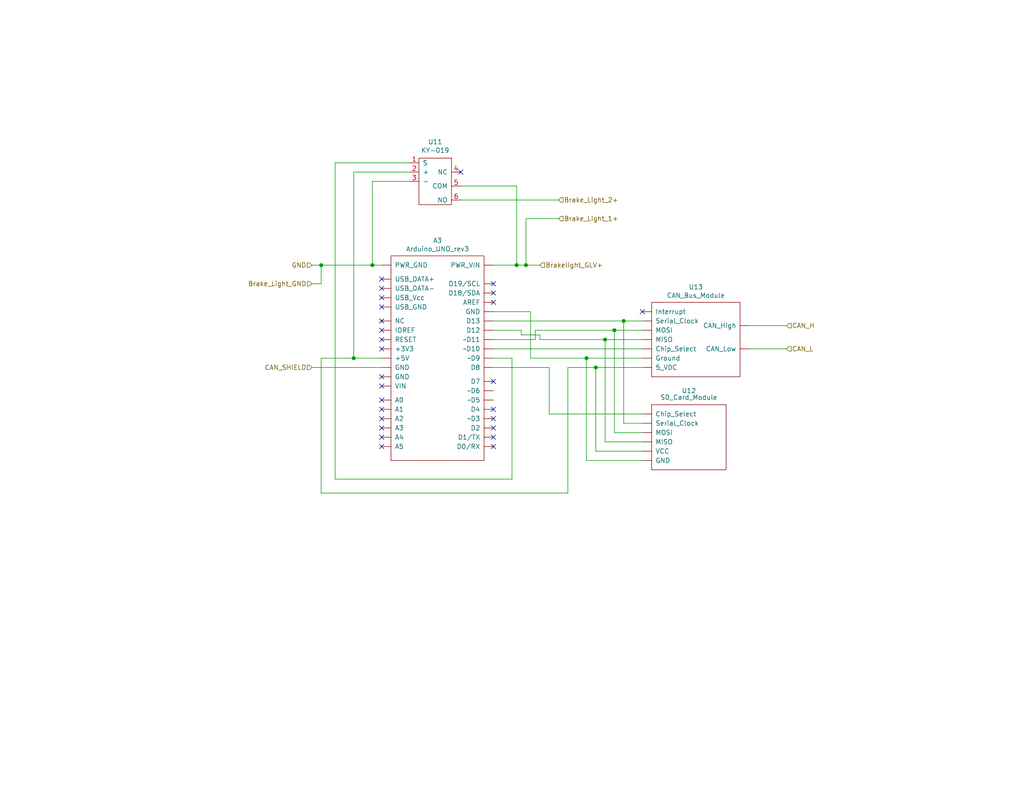
<source format=kicad_sch>
(kicad_sch (version 20211123) (generator eeschema)
  (paper "A")
  (title_block (title "Brake Light CAN Box") (date "2020-11-01") (rev "2") (company "Northeastern Electric Racing") (comment 1 "https://github.com/Northeastern-Electric-Racing/NER") (comment 2 "For authors and other info, contact Chief Electrical Engineer"))
  (lib_symbols
    (symbol "NER:Arduino_UNO_rev3" (pin_names (offset 1.016))
      (property "Reference" "A" (at 0 3.81 0))
      (property "Value" "NER_Arduino_UNO_rev3" (at 0 1.27 0))
      (symbol "Arduino_UNO_rev3_0_1"
        (rectangle (start 12.7 -57.15) (end -12.7 -1.27))
      )
      (symbol "Arduino_UNO_rev3_1_1"
        (pin power_out line (at -15.24 -26.67 0) (length 2.54) (name "+3V3") (number "~"))
        (pin power_out line (at -15.24 -29.21 0) (length 2.54) (name "+5V") (number "~"))
        (pin input line (at -15.24 -40.64 0) (length 2.54) (name "A0") (number "~"))
        (pin input line (at -15.24 -43.18 0) (length 2.54) (name "A1") (number "~"))
        (pin input line (at -15.24 -45.72 0) (length 2.54) (name "A2") (number "~"))
        (pin input line (at -15.24 -48.26 0) (length 2.54) (name "A3") (number "~"))
        (pin input line (at -15.24 -50.8 0) (length 2.54) (name "A4") (number "~"))
        (pin input line (at -15.24 -53.34 0) (length 2.54) (name "A5") (number "~"))
        (pin passive line (at 15.24 -13.97 180) (length 2.54) (name "AREF") (number "~"))
        (pin bidirectional line (at 15.24 -53.34 180) (length 2.54) (name "D0/RX") (number "~"))
        (pin bidirectional line (at 15.24 -50.8 180) (length 2.54) (name "D1/TX") (number "~"))
        (pin bidirectional line (at 15.24 -21.59 180) (length 2.54) (name "D12") (number "~"))
        (pin bidirectional line (at 15.24 -19.05 180) (length 2.54) (name "D13") (number "~"))
        (pin bidirectional line (at 15.24 -11.43 180) (length 2.54) (name "D18/SDA") (number "~"))
        (pin bidirectional line (at 15.24 -8.89 180) (length 2.54) (name "D19/SCL") (number "~"))
        (pin bidirectional line (at 15.24 -48.26 180) (length 2.54) (name "D2") (number "~"))
        (pin bidirectional line (at 15.24 -43.18 180) (length 2.54) (name "D4") (number "~"))
        (pin bidirectional line (at 15.24 -35.56 180) (length 2.54) (name "D7") (number "~"))
        (pin bidirectional line (at 15.24 -31.75 180) (length 2.54) (name "D8") (number "~"))
        (pin passive line (at -15.24 -34.29 0) (length 2.54) (name "GND") (number "~"))
        (pin passive line (at -15.24 -31.75 0) (length 2.54) (name "GND") (number "~"))
        (pin passive line (at 15.24 -16.51 180) (length 2.54) (name "GND") (number "~"))
        (pin passive line (at -15.24 -21.59 0) (length 2.54) (name "IOREF") (number "~"))
        (pin no_connect line (at -15.24 -19.05 0) (length 2.54) (name "NC") (number "~"))
        (pin passive line (at -15.24 -3.81 0) (length 2.54) (name "PWR_GND") (number "~"))
        (pin power_in line (at 15.24 -3.81 180) (length 2.54) (name "PWR_VIN") (number "~"))
        (pin input line (at -15.24 -24.13 0) (length 2.54) (name "RESET") (number "~"))
        (pin bidirectional line (at -15.24 -7.62 0) (length 2.54) (name "USB_DATA+") (number "~"))
        (pin bidirectional line (at -15.24 -10.16 0) (length 2.54) (name "USB_DATA-") (number "~"))
        (pin passive line (at -15.24 -15.24 0) (length 2.54) (name "USB_GND") (number "~"))
        (pin power_in line (at -15.24 -12.7 0) (length 2.54) (name "USB_Vcc") (number "~"))
        (pin power_in line (at -15.24 -36.83 0) (length 2.54) (name "VIN") (number "~"))
        (pin bidirectional line (at 15.24 -26.67 180) (length 2.54) (name "~D10") (number "~"))
        (pin bidirectional line (at 15.24 -24.13 180) (length 2.54) (name "~D11") (number "~"))
        (pin bidirectional line (at 15.24 -45.72 180) (length 2.54) (name "~D3") (number "~"))
        (pin bidirectional line (at 15.24 -40.64 180) (length 2.54) (name "~D5") (number "~"))
        (pin bidirectional line (at 15.24 -38.1 180) (length 2.54) (name "~D6") (number "~"))
        (pin bidirectional line (at 15.24 -29.21 180) (length 2.54) (name "~D9") (number "~"))
      )
    )
    (symbol "NER:CAN_Bus_Module" (pin_names (offset 1.016))
      (property "Reference" "U" (at 0 1.27 0))
      (property "Value" "NER_CAN_Bus_Module" (at 0 0 0))
      (symbol "CAN_Bus_Module_0_1"
        (rectangle (start -11.43 -1.27) (end 12.7 -21.59))
      )
      (symbol "CAN_Bus_Module_1_1"
        (pin input line (at -13.97 -19.05 0) (length 2.54) (name "5_VDC") (number "~"))
        (pin input line (at 15.24 -7.62 180) (length 2.54) (name "CAN_High") (number "~"))
        (pin input line (at 15.24 -13.97 180) (length 2.54) (name "CAN_Low") (number "~"))
        (pin input line (at -13.97 -13.97 0) (length 2.54) (name "Chip_Select") (number "~"))
        (pin input line (at -13.97 -16.51 0) (length 2.54) (name "Ground") (number "~"))
        (pin input line (at -13.97 -3.81 0) (length 2.54) (name "Interrupt") (number "~"))
        (pin input line (at -13.97 -11.43 0) (length 2.54) (name "MISO") (number "~"))
        (pin input line (at -13.97 -8.89 0) (length 2.54) (name "MOSI") (number "~"))
        (pin input line (at -13.97 -6.35 0) (length 2.54) (name "Serial_Clock") (number "~"))
      )
    )
    (symbol "NER:KY-019" (pin_names (offset 1.016))
      (property "Reference" "U" (at -6.35 5.08 0))
      (property "Value" "NER_KY-019" (at 3.81 -6.35 0))
      (symbol "KY-019_0_1"
        (rectangle (start 6.35 3.81) (end -6.35 -5.08))
      )
      (symbol "KY-019_1_1"
        (pin bidirectional line (at -5.08 -7.62 90) (length 2.54) (name "S") (number "1"))
        (pin bidirectional line (at -2.54 -7.62 90) (length 2.54) (name "+") (number "2"))
        (pin bidirectional line (at 0 -7.62 90) (length 2.54) (name "-") (number "3"))
        (pin bidirectional line (at -2.54 6.35 270) (length 2.54) (name "NC") (number "4"))
        (pin bidirectional line (at 1.27 6.35 270) (length 2.54) (name "COM") (number "5"))
        (pin bidirectional line (at 5.08 6.35 270) (length 2.54) (name "NO") (number "6"))
      )
    )
    (symbol "NER:SD_Card_Module" (pin_names (offset 1.016))
      (property "Reference" "U" (at 0 0 0))
      (property "Value" "NER_SD_Card_Module" (at 0 -1.27 0))
      (symbol "SD_Card_Module_0_1"
        (rectangle (start -10.16 -2.54) (end 10.16 -20.32))
      )
      (symbol "SD_Card_Module_1_1"
        (pin input line (at -12.7 -5.08 0) (length 2.54) (name "Chip_Select") (number "~"))
        (pin input line (at -12.7 -17.78 0) (length 2.54) (name "GND") (number "~"))
        (pin input line (at -12.7 -12.7 0) (length 2.54) (name "MISO") (number "~"))
        (pin input line (at -12.7 -10.16 0) (length 2.54) (name "MOSI") (number "~"))
        (pin input line (at -12.7 -7.62 0) (length 2.54) (name "Serial_Clock") (number "~"))
        (pin input line (at -12.7 -15.24 0) (length 2.54) (name "VCC") (number "~"))
      )
    )
  )
  (junction (at 96.52 97.79))
  (junction (at 143.51 72.39))
  (junction (at 167.64 90.17))
  (junction (at 162.56 100.33))
  (junction (at 165.1 92.71))
  (junction (at 87.63 72.39))
  (junction (at 160.02 97.79))
  (junction (at 140.97 72.39))
  (junction (at 170.18 87.63))
  (junction (at 101.6 72.39))
  (no_connect (at 104.14 92.71))
  (no_connect (at 104.14 78.74))
  (no_connect (at 125.73 46.99))
  (no_connect (at 134.62 77.47))
  (no_connect (at 104.14 76.2))
  (no_connect (at 175.26 85.09))
  (no_connect (at 134.62 116.84))
  (no_connect (at 134.62 114.3))
  (no_connect (at 134.62 80.01))
  (no_connect (at 134.62 119.38))
  (no_connect (at 134.62 121.92))
  (no_connect (at 104.14 83.82))
  (no_connect (at 104.14 105.41))
  (no_connect (at 104.14 116.84))
  (no_connect (at 104.14 102.87))
  (no_connect (at 104.14 87.63))
  (no_connect (at 104.14 95.25))
  (no_connect (at 104.14 114.3))
  (no_connect (at 104.14 90.17))
  (no_connect (at 134.62 104.14))
  (no_connect (at 134.62 82.55))
  (no_connect (at 104.14 119.38))
  (no_connect (at 104.14 121.92))
  (no_connect (at 104.14 111.76))
  (no_connect (at 134.62 111.76))
  (no_connect (at 104.14 109.22))
  (no_connect (at 104.14 81.28))
  (wire (pts (xy 142.24 90.17) (xy 142.24 91.44)))
  (wire (pts (xy 214.63 95.25) (xy 204.47 95.25)))
  (wire (pts (xy 140.97 72.39) (xy 140.97 50.8)))
  (wire (pts (xy 96.52 97.79) (xy 104.14 97.79)))
  (wire (pts (xy 160.02 97.79) (xy 160.02 125.73)))
  (wire (pts (xy 146.05 90.17) (xy 167.64 90.17)))
  (wire (pts (xy 96.52 46.99) (xy 96.52 97.79)))
  (wire (pts (xy 144.78 85.09) (xy 134.62 85.09)))
  (wire (pts (xy 142.24 91.44) (xy 147.32 91.44)))
  (wire (pts (xy 162.56 100.33) (xy 175.26 100.33)))
  (wire (pts (xy 147.32 91.44) (xy 147.32 92.71)))
  (wire (pts (xy 139.7 130.81) (xy 139.7 97.79)))
  (wire (pts (xy 144.78 97.79) (xy 160.02 97.79)))
  (wire (pts (xy 167.64 90.17) (xy 167.64 118.11)))
  (wire (pts (xy 101.6 49.53) (xy 101.6 72.39)))
  (wire (pts (xy 87.63 97.79) (xy 96.52 97.79)))
  (wire (pts (xy 175.26 120.65) (xy 165.1 120.65)))
  (wire (pts (xy 152.4 59.69) (xy 143.51 59.69)))
  (wire (pts (xy 91.44 44.45) (xy 91.44 130.81)))
  (wire (pts (xy 162.56 100.33) (xy 162.56 123.19)))
  (wire (pts (xy 149.86 100.33) (xy 149.86 113.03)))
  (wire (pts (xy 167.64 90.17) (xy 175.26 90.17)))
  (wire (pts (xy 111.76 46.99) (xy 96.52 46.99)))
  (wire (pts (xy 87.63 72.39) (xy 101.6 72.39)))
  (wire (pts (xy 140.97 72.39) (xy 134.62 72.39)))
  (wire (pts (xy 140.97 50.8) (xy 125.73 50.8)))
  (wire (pts (xy 139.7 97.79) (xy 134.62 97.79)))
  (wire (pts (xy 160.02 97.79) (xy 175.26 97.79)))
  (wire (pts (xy 134.62 95.25) (xy 175.26 95.25)))
  (wire (pts (xy 85.09 77.47) (xy 87.63 77.47)))
  (wire (pts (xy 175.26 115.57) (xy 170.18 115.57)))
  (wire (pts (xy 87.63 134.62) (xy 87.63 97.79)))
  (wire (pts (xy 111.76 44.45) (xy 91.44 44.45)))
  (wire (pts (xy 149.86 100.33) (xy 134.62 100.33)))
  (wire (pts (xy 111.76 49.53) (xy 101.6 49.53)))
  (wire (pts (xy 87.63 77.47) (xy 87.63 72.39)))
  (wire (pts (xy 101.6 72.39) (xy 104.14 72.39)))
  (wire (pts (xy 154.94 134.62) (xy 154.94 100.33)))
  (wire (pts (xy 170.18 87.63) (xy 170.18 115.57)))
  (wire (pts (xy 104.14 100.33) (xy 85.09 100.33)))
  (wire (pts (xy 91.44 130.81) (xy 139.7 130.81)))
  (wire (pts (xy 143.51 72.39) (xy 147.32 72.39)))
  (wire (pts (xy 214.63 88.9) (xy 204.47 88.9)))
  (wire (pts (xy 140.97 72.39) (xy 143.51 72.39)))
  (wire (pts (xy 165.1 92.71) (xy 175.26 92.71)))
  (wire (pts (xy 170.18 87.63) (xy 175.26 87.63)))
  (wire (pts (xy 87.63 134.62) (xy 154.94 134.62)))
  (wire (pts (xy 147.32 92.71) (xy 165.1 92.71)))
  (wire (pts (xy 125.73 54.61) (xy 152.4 54.61)))
  (wire (pts (xy 146.05 90.17) (xy 146.05 92.71)))
  (wire (pts (xy 175.26 123.19) (xy 162.56 123.19)))
  (wire (pts (xy 154.94 100.33) (xy 162.56 100.33)))
  (wire (pts (xy 143.51 59.69) (xy 143.51 72.39)))
  (wire (pts (xy 175.26 118.11) (xy 167.64 118.11)))
  (wire (pts (xy 85.09 72.39) (xy 87.63 72.39)))
  (wire (pts (xy 146.05 92.71) (xy 134.62 92.71)))
  (wire (pts (xy 134.62 90.17) (xy 142.24 90.17)))
  (wire (pts (xy 134.62 87.63) (xy 170.18 87.63)))
  (wire (pts (xy 175.26 125.73) (xy 160.02 125.73)))
  (wire (pts (xy 165.1 92.71) (xy 165.1 120.65)))
  (wire (pts (xy 144.78 97.79) (xy 144.78 85.09)))
  (wire (pts (xy 149.86 113.03) (xy 175.26 113.03)))
  (hierarchical_label "CAN_H" (shape input) (at 214.63 88.9 0))
  (hierarchical_label "Brake_Light_GND" (shape input) (at 85.09 77.47 180))
  (hierarchical_label "Brake_Light_2+" (shape input) (at 152.4 54.61 0))
  (hierarchical_label "CAN_SHIELD" (shape input) (at 85.09 100.33 180))
  (hierarchical_label "CAN_L" (shape input) (at 214.63 95.25 0))
  (hierarchical_label "Brakelight_GLV+" (shape input) (at 147.32 72.39 0))
  (hierarchical_label "Brake_Light_1+" (shape input) (at 152.4 59.69 0))
  (hierarchical_label "GND" (shape input) (at 85.09 72.39 180))
  (symbol (lib_id "NER:Arduino_UNO_rev3") (at 119.38 68.58 0) (unit 1)
    (property "Reference" "A3" (at 119.38 65.659 0))
    (property "Value" "Arduino_UNO_rev3" (at 119.38 67.9704 0))
  )
  (symbol (lib_id "NER:KY-019") (at 119.38 49.53 270) (unit 1)
    (property "Reference" "U11" (at 118.745 38.735 90))
    (property "Value" "KY-019" (at 118.745 41.0464 90))
  )
  (symbol (lib_id "NER:CAN_Bus_Module") (at 189.23 81.28 0) (unit 1)
    (property "Reference" "U13" (at 189.865 78.359 0))
    (property "Value" "CAN_Bus_Module" (at 189.865 80.6704 0))
  )
  (symbol (lib_id "NER:SD_Card_Module") (at 187.96 107.95 0) (unit 1)
    (property "Reference" "U12" (at 187.96 106.68 0))
    (property "Value" "SD_Card_Module" (at 187.96 109.22 0) (effects (justify bottom)))
  )
)
</source>
